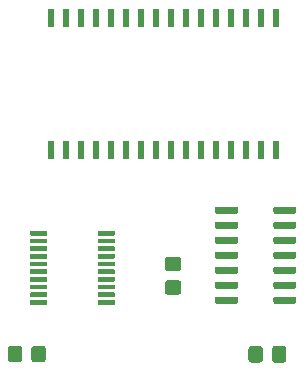
<source format=gbr>
G04 #@! TF.GenerationSoftware,KiCad,Pcbnew,5.1.5+dfsg1-2build2*
G04 #@! TF.CreationDate,2022-07-16T15:57:28-04:00*
G04 #@! TF.ProjectId,coco2_3134_64k_static_ram_board,636f636f-325f-4333-9133-345f36346b5f,rev?*
G04 #@! TF.SameCoordinates,Original*
G04 #@! TF.FileFunction,Paste,Bot*
G04 #@! TF.FilePolarity,Positive*
%FSLAX46Y46*%
G04 Gerber Fmt 4.6, Leading zero omitted, Abs format (unit mm)*
G04 Created by KiCad (PCBNEW 5.1.5+dfsg1-2build2) date 2022-07-16 15:57:28*
%MOMM*%
%LPD*%
G04 APERTURE LIST*
%ADD10C,0.100000*%
%ADD11R,0.600000X1.600000*%
G04 APERTURE END LIST*
D10*
G36*
X110101802Y-107805482D02*
G01*
X110111509Y-107806921D01*
X110121028Y-107809306D01*
X110130268Y-107812612D01*
X110139140Y-107816808D01*
X110147557Y-107821853D01*
X110155439Y-107827699D01*
X110162711Y-107834289D01*
X110169301Y-107841561D01*
X110175147Y-107849443D01*
X110180192Y-107857860D01*
X110184388Y-107866732D01*
X110187694Y-107875972D01*
X110190079Y-107885491D01*
X110191518Y-107895198D01*
X110192000Y-107905000D01*
X110192000Y-108105000D01*
X110191518Y-108114802D01*
X110190079Y-108124509D01*
X110187694Y-108134028D01*
X110184388Y-108143268D01*
X110180192Y-108152140D01*
X110175147Y-108160557D01*
X110169301Y-108168439D01*
X110162711Y-108175711D01*
X110155439Y-108182301D01*
X110147557Y-108188147D01*
X110139140Y-108193192D01*
X110130268Y-108197388D01*
X110121028Y-108200694D01*
X110111509Y-108203079D01*
X110101802Y-108204518D01*
X110092000Y-108205000D01*
X108817000Y-108205000D01*
X108807198Y-108204518D01*
X108797491Y-108203079D01*
X108787972Y-108200694D01*
X108778732Y-108197388D01*
X108769860Y-108193192D01*
X108761443Y-108188147D01*
X108753561Y-108182301D01*
X108746289Y-108175711D01*
X108739699Y-108168439D01*
X108733853Y-108160557D01*
X108728808Y-108152140D01*
X108724612Y-108143268D01*
X108721306Y-108134028D01*
X108718921Y-108124509D01*
X108717482Y-108114802D01*
X108717000Y-108105000D01*
X108717000Y-107905000D01*
X108717482Y-107895198D01*
X108718921Y-107885491D01*
X108721306Y-107875972D01*
X108724612Y-107866732D01*
X108728808Y-107857860D01*
X108733853Y-107849443D01*
X108739699Y-107841561D01*
X108746289Y-107834289D01*
X108753561Y-107827699D01*
X108761443Y-107821853D01*
X108769860Y-107816808D01*
X108778732Y-107812612D01*
X108787972Y-107809306D01*
X108797491Y-107806921D01*
X108807198Y-107805482D01*
X108817000Y-107805000D01*
X110092000Y-107805000D01*
X110101802Y-107805482D01*
G37*
G36*
X110101802Y-107155482D02*
G01*
X110111509Y-107156921D01*
X110121028Y-107159306D01*
X110130268Y-107162612D01*
X110139140Y-107166808D01*
X110147557Y-107171853D01*
X110155439Y-107177699D01*
X110162711Y-107184289D01*
X110169301Y-107191561D01*
X110175147Y-107199443D01*
X110180192Y-107207860D01*
X110184388Y-107216732D01*
X110187694Y-107225972D01*
X110190079Y-107235491D01*
X110191518Y-107245198D01*
X110192000Y-107255000D01*
X110192000Y-107455000D01*
X110191518Y-107464802D01*
X110190079Y-107474509D01*
X110187694Y-107484028D01*
X110184388Y-107493268D01*
X110180192Y-107502140D01*
X110175147Y-107510557D01*
X110169301Y-107518439D01*
X110162711Y-107525711D01*
X110155439Y-107532301D01*
X110147557Y-107538147D01*
X110139140Y-107543192D01*
X110130268Y-107547388D01*
X110121028Y-107550694D01*
X110111509Y-107553079D01*
X110101802Y-107554518D01*
X110092000Y-107555000D01*
X108817000Y-107555000D01*
X108807198Y-107554518D01*
X108797491Y-107553079D01*
X108787972Y-107550694D01*
X108778732Y-107547388D01*
X108769860Y-107543192D01*
X108761443Y-107538147D01*
X108753561Y-107532301D01*
X108746289Y-107525711D01*
X108739699Y-107518439D01*
X108733853Y-107510557D01*
X108728808Y-107502140D01*
X108724612Y-107493268D01*
X108721306Y-107484028D01*
X108718921Y-107474509D01*
X108717482Y-107464802D01*
X108717000Y-107455000D01*
X108717000Y-107255000D01*
X108717482Y-107245198D01*
X108718921Y-107235491D01*
X108721306Y-107225972D01*
X108724612Y-107216732D01*
X108728808Y-107207860D01*
X108733853Y-107199443D01*
X108739699Y-107191561D01*
X108746289Y-107184289D01*
X108753561Y-107177699D01*
X108761443Y-107171853D01*
X108769860Y-107166808D01*
X108778732Y-107162612D01*
X108787972Y-107159306D01*
X108797491Y-107156921D01*
X108807198Y-107155482D01*
X108817000Y-107155000D01*
X110092000Y-107155000D01*
X110101802Y-107155482D01*
G37*
G36*
X110101802Y-106505482D02*
G01*
X110111509Y-106506921D01*
X110121028Y-106509306D01*
X110130268Y-106512612D01*
X110139140Y-106516808D01*
X110147557Y-106521853D01*
X110155439Y-106527699D01*
X110162711Y-106534289D01*
X110169301Y-106541561D01*
X110175147Y-106549443D01*
X110180192Y-106557860D01*
X110184388Y-106566732D01*
X110187694Y-106575972D01*
X110190079Y-106585491D01*
X110191518Y-106595198D01*
X110192000Y-106605000D01*
X110192000Y-106805000D01*
X110191518Y-106814802D01*
X110190079Y-106824509D01*
X110187694Y-106834028D01*
X110184388Y-106843268D01*
X110180192Y-106852140D01*
X110175147Y-106860557D01*
X110169301Y-106868439D01*
X110162711Y-106875711D01*
X110155439Y-106882301D01*
X110147557Y-106888147D01*
X110139140Y-106893192D01*
X110130268Y-106897388D01*
X110121028Y-106900694D01*
X110111509Y-106903079D01*
X110101802Y-106904518D01*
X110092000Y-106905000D01*
X108817000Y-106905000D01*
X108807198Y-106904518D01*
X108797491Y-106903079D01*
X108787972Y-106900694D01*
X108778732Y-106897388D01*
X108769860Y-106893192D01*
X108761443Y-106888147D01*
X108753561Y-106882301D01*
X108746289Y-106875711D01*
X108739699Y-106868439D01*
X108733853Y-106860557D01*
X108728808Y-106852140D01*
X108724612Y-106843268D01*
X108721306Y-106834028D01*
X108718921Y-106824509D01*
X108717482Y-106814802D01*
X108717000Y-106805000D01*
X108717000Y-106605000D01*
X108717482Y-106595198D01*
X108718921Y-106585491D01*
X108721306Y-106575972D01*
X108724612Y-106566732D01*
X108728808Y-106557860D01*
X108733853Y-106549443D01*
X108739699Y-106541561D01*
X108746289Y-106534289D01*
X108753561Y-106527699D01*
X108761443Y-106521853D01*
X108769860Y-106516808D01*
X108778732Y-106512612D01*
X108787972Y-106509306D01*
X108797491Y-106506921D01*
X108807198Y-106505482D01*
X108817000Y-106505000D01*
X110092000Y-106505000D01*
X110101802Y-106505482D01*
G37*
G36*
X110101802Y-105855482D02*
G01*
X110111509Y-105856921D01*
X110121028Y-105859306D01*
X110130268Y-105862612D01*
X110139140Y-105866808D01*
X110147557Y-105871853D01*
X110155439Y-105877699D01*
X110162711Y-105884289D01*
X110169301Y-105891561D01*
X110175147Y-105899443D01*
X110180192Y-105907860D01*
X110184388Y-105916732D01*
X110187694Y-105925972D01*
X110190079Y-105935491D01*
X110191518Y-105945198D01*
X110192000Y-105955000D01*
X110192000Y-106155000D01*
X110191518Y-106164802D01*
X110190079Y-106174509D01*
X110187694Y-106184028D01*
X110184388Y-106193268D01*
X110180192Y-106202140D01*
X110175147Y-106210557D01*
X110169301Y-106218439D01*
X110162711Y-106225711D01*
X110155439Y-106232301D01*
X110147557Y-106238147D01*
X110139140Y-106243192D01*
X110130268Y-106247388D01*
X110121028Y-106250694D01*
X110111509Y-106253079D01*
X110101802Y-106254518D01*
X110092000Y-106255000D01*
X108817000Y-106255000D01*
X108807198Y-106254518D01*
X108797491Y-106253079D01*
X108787972Y-106250694D01*
X108778732Y-106247388D01*
X108769860Y-106243192D01*
X108761443Y-106238147D01*
X108753561Y-106232301D01*
X108746289Y-106225711D01*
X108739699Y-106218439D01*
X108733853Y-106210557D01*
X108728808Y-106202140D01*
X108724612Y-106193268D01*
X108721306Y-106184028D01*
X108718921Y-106174509D01*
X108717482Y-106164802D01*
X108717000Y-106155000D01*
X108717000Y-105955000D01*
X108717482Y-105945198D01*
X108718921Y-105935491D01*
X108721306Y-105925972D01*
X108724612Y-105916732D01*
X108728808Y-105907860D01*
X108733853Y-105899443D01*
X108739699Y-105891561D01*
X108746289Y-105884289D01*
X108753561Y-105877699D01*
X108761443Y-105871853D01*
X108769860Y-105866808D01*
X108778732Y-105862612D01*
X108787972Y-105859306D01*
X108797491Y-105856921D01*
X108807198Y-105855482D01*
X108817000Y-105855000D01*
X110092000Y-105855000D01*
X110101802Y-105855482D01*
G37*
G36*
X110101802Y-105205482D02*
G01*
X110111509Y-105206921D01*
X110121028Y-105209306D01*
X110130268Y-105212612D01*
X110139140Y-105216808D01*
X110147557Y-105221853D01*
X110155439Y-105227699D01*
X110162711Y-105234289D01*
X110169301Y-105241561D01*
X110175147Y-105249443D01*
X110180192Y-105257860D01*
X110184388Y-105266732D01*
X110187694Y-105275972D01*
X110190079Y-105285491D01*
X110191518Y-105295198D01*
X110192000Y-105305000D01*
X110192000Y-105505000D01*
X110191518Y-105514802D01*
X110190079Y-105524509D01*
X110187694Y-105534028D01*
X110184388Y-105543268D01*
X110180192Y-105552140D01*
X110175147Y-105560557D01*
X110169301Y-105568439D01*
X110162711Y-105575711D01*
X110155439Y-105582301D01*
X110147557Y-105588147D01*
X110139140Y-105593192D01*
X110130268Y-105597388D01*
X110121028Y-105600694D01*
X110111509Y-105603079D01*
X110101802Y-105604518D01*
X110092000Y-105605000D01*
X108817000Y-105605000D01*
X108807198Y-105604518D01*
X108797491Y-105603079D01*
X108787972Y-105600694D01*
X108778732Y-105597388D01*
X108769860Y-105593192D01*
X108761443Y-105588147D01*
X108753561Y-105582301D01*
X108746289Y-105575711D01*
X108739699Y-105568439D01*
X108733853Y-105560557D01*
X108728808Y-105552140D01*
X108724612Y-105543268D01*
X108721306Y-105534028D01*
X108718921Y-105524509D01*
X108717482Y-105514802D01*
X108717000Y-105505000D01*
X108717000Y-105305000D01*
X108717482Y-105295198D01*
X108718921Y-105285491D01*
X108721306Y-105275972D01*
X108724612Y-105266732D01*
X108728808Y-105257860D01*
X108733853Y-105249443D01*
X108739699Y-105241561D01*
X108746289Y-105234289D01*
X108753561Y-105227699D01*
X108761443Y-105221853D01*
X108769860Y-105216808D01*
X108778732Y-105212612D01*
X108787972Y-105209306D01*
X108797491Y-105206921D01*
X108807198Y-105205482D01*
X108817000Y-105205000D01*
X110092000Y-105205000D01*
X110101802Y-105205482D01*
G37*
G36*
X110101802Y-104555482D02*
G01*
X110111509Y-104556921D01*
X110121028Y-104559306D01*
X110130268Y-104562612D01*
X110139140Y-104566808D01*
X110147557Y-104571853D01*
X110155439Y-104577699D01*
X110162711Y-104584289D01*
X110169301Y-104591561D01*
X110175147Y-104599443D01*
X110180192Y-104607860D01*
X110184388Y-104616732D01*
X110187694Y-104625972D01*
X110190079Y-104635491D01*
X110191518Y-104645198D01*
X110192000Y-104655000D01*
X110192000Y-104855000D01*
X110191518Y-104864802D01*
X110190079Y-104874509D01*
X110187694Y-104884028D01*
X110184388Y-104893268D01*
X110180192Y-104902140D01*
X110175147Y-104910557D01*
X110169301Y-104918439D01*
X110162711Y-104925711D01*
X110155439Y-104932301D01*
X110147557Y-104938147D01*
X110139140Y-104943192D01*
X110130268Y-104947388D01*
X110121028Y-104950694D01*
X110111509Y-104953079D01*
X110101802Y-104954518D01*
X110092000Y-104955000D01*
X108817000Y-104955000D01*
X108807198Y-104954518D01*
X108797491Y-104953079D01*
X108787972Y-104950694D01*
X108778732Y-104947388D01*
X108769860Y-104943192D01*
X108761443Y-104938147D01*
X108753561Y-104932301D01*
X108746289Y-104925711D01*
X108739699Y-104918439D01*
X108733853Y-104910557D01*
X108728808Y-104902140D01*
X108724612Y-104893268D01*
X108721306Y-104884028D01*
X108718921Y-104874509D01*
X108717482Y-104864802D01*
X108717000Y-104855000D01*
X108717000Y-104655000D01*
X108717482Y-104645198D01*
X108718921Y-104635491D01*
X108721306Y-104625972D01*
X108724612Y-104616732D01*
X108728808Y-104607860D01*
X108733853Y-104599443D01*
X108739699Y-104591561D01*
X108746289Y-104584289D01*
X108753561Y-104577699D01*
X108761443Y-104571853D01*
X108769860Y-104566808D01*
X108778732Y-104562612D01*
X108787972Y-104559306D01*
X108797491Y-104556921D01*
X108807198Y-104555482D01*
X108817000Y-104555000D01*
X110092000Y-104555000D01*
X110101802Y-104555482D01*
G37*
G36*
X110101802Y-103905482D02*
G01*
X110111509Y-103906921D01*
X110121028Y-103909306D01*
X110130268Y-103912612D01*
X110139140Y-103916808D01*
X110147557Y-103921853D01*
X110155439Y-103927699D01*
X110162711Y-103934289D01*
X110169301Y-103941561D01*
X110175147Y-103949443D01*
X110180192Y-103957860D01*
X110184388Y-103966732D01*
X110187694Y-103975972D01*
X110190079Y-103985491D01*
X110191518Y-103995198D01*
X110192000Y-104005000D01*
X110192000Y-104205000D01*
X110191518Y-104214802D01*
X110190079Y-104224509D01*
X110187694Y-104234028D01*
X110184388Y-104243268D01*
X110180192Y-104252140D01*
X110175147Y-104260557D01*
X110169301Y-104268439D01*
X110162711Y-104275711D01*
X110155439Y-104282301D01*
X110147557Y-104288147D01*
X110139140Y-104293192D01*
X110130268Y-104297388D01*
X110121028Y-104300694D01*
X110111509Y-104303079D01*
X110101802Y-104304518D01*
X110092000Y-104305000D01*
X108817000Y-104305000D01*
X108807198Y-104304518D01*
X108797491Y-104303079D01*
X108787972Y-104300694D01*
X108778732Y-104297388D01*
X108769860Y-104293192D01*
X108761443Y-104288147D01*
X108753561Y-104282301D01*
X108746289Y-104275711D01*
X108739699Y-104268439D01*
X108733853Y-104260557D01*
X108728808Y-104252140D01*
X108724612Y-104243268D01*
X108721306Y-104234028D01*
X108718921Y-104224509D01*
X108717482Y-104214802D01*
X108717000Y-104205000D01*
X108717000Y-104005000D01*
X108717482Y-103995198D01*
X108718921Y-103985491D01*
X108721306Y-103975972D01*
X108724612Y-103966732D01*
X108728808Y-103957860D01*
X108733853Y-103949443D01*
X108739699Y-103941561D01*
X108746289Y-103934289D01*
X108753561Y-103927699D01*
X108761443Y-103921853D01*
X108769860Y-103916808D01*
X108778732Y-103912612D01*
X108787972Y-103909306D01*
X108797491Y-103906921D01*
X108807198Y-103905482D01*
X108817000Y-103905000D01*
X110092000Y-103905000D01*
X110101802Y-103905482D01*
G37*
G36*
X110101802Y-103255482D02*
G01*
X110111509Y-103256921D01*
X110121028Y-103259306D01*
X110130268Y-103262612D01*
X110139140Y-103266808D01*
X110147557Y-103271853D01*
X110155439Y-103277699D01*
X110162711Y-103284289D01*
X110169301Y-103291561D01*
X110175147Y-103299443D01*
X110180192Y-103307860D01*
X110184388Y-103316732D01*
X110187694Y-103325972D01*
X110190079Y-103335491D01*
X110191518Y-103345198D01*
X110192000Y-103355000D01*
X110192000Y-103555000D01*
X110191518Y-103564802D01*
X110190079Y-103574509D01*
X110187694Y-103584028D01*
X110184388Y-103593268D01*
X110180192Y-103602140D01*
X110175147Y-103610557D01*
X110169301Y-103618439D01*
X110162711Y-103625711D01*
X110155439Y-103632301D01*
X110147557Y-103638147D01*
X110139140Y-103643192D01*
X110130268Y-103647388D01*
X110121028Y-103650694D01*
X110111509Y-103653079D01*
X110101802Y-103654518D01*
X110092000Y-103655000D01*
X108817000Y-103655000D01*
X108807198Y-103654518D01*
X108797491Y-103653079D01*
X108787972Y-103650694D01*
X108778732Y-103647388D01*
X108769860Y-103643192D01*
X108761443Y-103638147D01*
X108753561Y-103632301D01*
X108746289Y-103625711D01*
X108739699Y-103618439D01*
X108733853Y-103610557D01*
X108728808Y-103602140D01*
X108724612Y-103593268D01*
X108721306Y-103584028D01*
X108718921Y-103574509D01*
X108717482Y-103564802D01*
X108717000Y-103555000D01*
X108717000Y-103355000D01*
X108717482Y-103345198D01*
X108718921Y-103335491D01*
X108721306Y-103325972D01*
X108724612Y-103316732D01*
X108728808Y-103307860D01*
X108733853Y-103299443D01*
X108739699Y-103291561D01*
X108746289Y-103284289D01*
X108753561Y-103277699D01*
X108761443Y-103271853D01*
X108769860Y-103266808D01*
X108778732Y-103262612D01*
X108787972Y-103259306D01*
X108797491Y-103256921D01*
X108807198Y-103255482D01*
X108817000Y-103255000D01*
X110092000Y-103255000D01*
X110101802Y-103255482D01*
G37*
G36*
X110101802Y-102605482D02*
G01*
X110111509Y-102606921D01*
X110121028Y-102609306D01*
X110130268Y-102612612D01*
X110139140Y-102616808D01*
X110147557Y-102621853D01*
X110155439Y-102627699D01*
X110162711Y-102634289D01*
X110169301Y-102641561D01*
X110175147Y-102649443D01*
X110180192Y-102657860D01*
X110184388Y-102666732D01*
X110187694Y-102675972D01*
X110190079Y-102685491D01*
X110191518Y-102695198D01*
X110192000Y-102705000D01*
X110192000Y-102905000D01*
X110191518Y-102914802D01*
X110190079Y-102924509D01*
X110187694Y-102934028D01*
X110184388Y-102943268D01*
X110180192Y-102952140D01*
X110175147Y-102960557D01*
X110169301Y-102968439D01*
X110162711Y-102975711D01*
X110155439Y-102982301D01*
X110147557Y-102988147D01*
X110139140Y-102993192D01*
X110130268Y-102997388D01*
X110121028Y-103000694D01*
X110111509Y-103003079D01*
X110101802Y-103004518D01*
X110092000Y-103005000D01*
X108817000Y-103005000D01*
X108807198Y-103004518D01*
X108797491Y-103003079D01*
X108787972Y-103000694D01*
X108778732Y-102997388D01*
X108769860Y-102993192D01*
X108761443Y-102988147D01*
X108753561Y-102982301D01*
X108746289Y-102975711D01*
X108739699Y-102968439D01*
X108733853Y-102960557D01*
X108728808Y-102952140D01*
X108724612Y-102943268D01*
X108721306Y-102934028D01*
X108718921Y-102924509D01*
X108717482Y-102914802D01*
X108717000Y-102905000D01*
X108717000Y-102705000D01*
X108717482Y-102695198D01*
X108718921Y-102685491D01*
X108721306Y-102675972D01*
X108724612Y-102666732D01*
X108728808Y-102657860D01*
X108733853Y-102649443D01*
X108739699Y-102641561D01*
X108746289Y-102634289D01*
X108753561Y-102627699D01*
X108761443Y-102621853D01*
X108769860Y-102616808D01*
X108778732Y-102612612D01*
X108787972Y-102609306D01*
X108797491Y-102606921D01*
X108807198Y-102605482D01*
X108817000Y-102605000D01*
X110092000Y-102605000D01*
X110101802Y-102605482D01*
G37*
G36*
X110101802Y-101955482D02*
G01*
X110111509Y-101956921D01*
X110121028Y-101959306D01*
X110130268Y-101962612D01*
X110139140Y-101966808D01*
X110147557Y-101971853D01*
X110155439Y-101977699D01*
X110162711Y-101984289D01*
X110169301Y-101991561D01*
X110175147Y-101999443D01*
X110180192Y-102007860D01*
X110184388Y-102016732D01*
X110187694Y-102025972D01*
X110190079Y-102035491D01*
X110191518Y-102045198D01*
X110192000Y-102055000D01*
X110192000Y-102255000D01*
X110191518Y-102264802D01*
X110190079Y-102274509D01*
X110187694Y-102284028D01*
X110184388Y-102293268D01*
X110180192Y-102302140D01*
X110175147Y-102310557D01*
X110169301Y-102318439D01*
X110162711Y-102325711D01*
X110155439Y-102332301D01*
X110147557Y-102338147D01*
X110139140Y-102343192D01*
X110130268Y-102347388D01*
X110121028Y-102350694D01*
X110111509Y-102353079D01*
X110101802Y-102354518D01*
X110092000Y-102355000D01*
X108817000Y-102355000D01*
X108807198Y-102354518D01*
X108797491Y-102353079D01*
X108787972Y-102350694D01*
X108778732Y-102347388D01*
X108769860Y-102343192D01*
X108761443Y-102338147D01*
X108753561Y-102332301D01*
X108746289Y-102325711D01*
X108739699Y-102318439D01*
X108733853Y-102310557D01*
X108728808Y-102302140D01*
X108724612Y-102293268D01*
X108721306Y-102284028D01*
X108718921Y-102274509D01*
X108717482Y-102264802D01*
X108717000Y-102255000D01*
X108717000Y-102055000D01*
X108717482Y-102045198D01*
X108718921Y-102035491D01*
X108721306Y-102025972D01*
X108724612Y-102016732D01*
X108728808Y-102007860D01*
X108733853Y-101999443D01*
X108739699Y-101991561D01*
X108746289Y-101984289D01*
X108753561Y-101977699D01*
X108761443Y-101971853D01*
X108769860Y-101966808D01*
X108778732Y-101962612D01*
X108787972Y-101959306D01*
X108797491Y-101956921D01*
X108807198Y-101955482D01*
X108817000Y-101955000D01*
X110092000Y-101955000D01*
X110101802Y-101955482D01*
G37*
G36*
X115826802Y-101955482D02*
G01*
X115836509Y-101956921D01*
X115846028Y-101959306D01*
X115855268Y-101962612D01*
X115864140Y-101966808D01*
X115872557Y-101971853D01*
X115880439Y-101977699D01*
X115887711Y-101984289D01*
X115894301Y-101991561D01*
X115900147Y-101999443D01*
X115905192Y-102007860D01*
X115909388Y-102016732D01*
X115912694Y-102025972D01*
X115915079Y-102035491D01*
X115916518Y-102045198D01*
X115917000Y-102055000D01*
X115917000Y-102255000D01*
X115916518Y-102264802D01*
X115915079Y-102274509D01*
X115912694Y-102284028D01*
X115909388Y-102293268D01*
X115905192Y-102302140D01*
X115900147Y-102310557D01*
X115894301Y-102318439D01*
X115887711Y-102325711D01*
X115880439Y-102332301D01*
X115872557Y-102338147D01*
X115864140Y-102343192D01*
X115855268Y-102347388D01*
X115846028Y-102350694D01*
X115836509Y-102353079D01*
X115826802Y-102354518D01*
X115817000Y-102355000D01*
X114542000Y-102355000D01*
X114532198Y-102354518D01*
X114522491Y-102353079D01*
X114512972Y-102350694D01*
X114503732Y-102347388D01*
X114494860Y-102343192D01*
X114486443Y-102338147D01*
X114478561Y-102332301D01*
X114471289Y-102325711D01*
X114464699Y-102318439D01*
X114458853Y-102310557D01*
X114453808Y-102302140D01*
X114449612Y-102293268D01*
X114446306Y-102284028D01*
X114443921Y-102274509D01*
X114442482Y-102264802D01*
X114442000Y-102255000D01*
X114442000Y-102055000D01*
X114442482Y-102045198D01*
X114443921Y-102035491D01*
X114446306Y-102025972D01*
X114449612Y-102016732D01*
X114453808Y-102007860D01*
X114458853Y-101999443D01*
X114464699Y-101991561D01*
X114471289Y-101984289D01*
X114478561Y-101977699D01*
X114486443Y-101971853D01*
X114494860Y-101966808D01*
X114503732Y-101962612D01*
X114512972Y-101959306D01*
X114522491Y-101956921D01*
X114532198Y-101955482D01*
X114542000Y-101955000D01*
X115817000Y-101955000D01*
X115826802Y-101955482D01*
G37*
G36*
X115826802Y-102605482D02*
G01*
X115836509Y-102606921D01*
X115846028Y-102609306D01*
X115855268Y-102612612D01*
X115864140Y-102616808D01*
X115872557Y-102621853D01*
X115880439Y-102627699D01*
X115887711Y-102634289D01*
X115894301Y-102641561D01*
X115900147Y-102649443D01*
X115905192Y-102657860D01*
X115909388Y-102666732D01*
X115912694Y-102675972D01*
X115915079Y-102685491D01*
X115916518Y-102695198D01*
X115917000Y-102705000D01*
X115917000Y-102905000D01*
X115916518Y-102914802D01*
X115915079Y-102924509D01*
X115912694Y-102934028D01*
X115909388Y-102943268D01*
X115905192Y-102952140D01*
X115900147Y-102960557D01*
X115894301Y-102968439D01*
X115887711Y-102975711D01*
X115880439Y-102982301D01*
X115872557Y-102988147D01*
X115864140Y-102993192D01*
X115855268Y-102997388D01*
X115846028Y-103000694D01*
X115836509Y-103003079D01*
X115826802Y-103004518D01*
X115817000Y-103005000D01*
X114542000Y-103005000D01*
X114532198Y-103004518D01*
X114522491Y-103003079D01*
X114512972Y-103000694D01*
X114503732Y-102997388D01*
X114494860Y-102993192D01*
X114486443Y-102988147D01*
X114478561Y-102982301D01*
X114471289Y-102975711D01*
X114464699Y-102968439D01*
X114458853Y-102960557D01*
X114453808Y-102952140D01*
X114449612Y-102943268D01*
X114446306Y-102934028D01*
X114443921Y-102924509D01*
X114442482Y-102914802D01*
X114442000Y-102905000D01*
X114442000Y-102705000D01*
X114442482Y-102695198D01*
X114443921Y-102685491D01*
X114446306Y-102675972D01*
X114449612Y-102666732D01*
X114453808Y-102657860D01*
X114458853Y-102649443D01*
X114464699Y-102641561D01*
X114471289Y-102634289D01*
X114478561Y-102627699D01*
X114486443Y-102621853D01*
X114494860Y-102616808D01*
X114503732Y-102612612D01*
X114512972Y-102609306D01*
X114522491Y-102606921D01*
X114532198Y-102605482D01*
X114542000Y-102605000D01*
X115817000Y-102605000D01*
X115826802Y-102605482D01*
G37*
G36*
X115826802Y-103255482D02*
G01*
X115836509Y-103256921D01*
X115846028Y-103259306D01*
X115855268Y-103262612D01*
X115864140Y-103266808D01*
X115872557Y-103271853D01*
X115880439Y-103277699D01*
X115887711Y-103284289D01*
X115894301Y-103291561D01*
X115900147Y-103299443D01*
X115905192Y-103307860D01*
X115909388Y-103316732D01*
X115912694Y-103325972D01*
X115915079Y-103335491D01*
X115916518Y-103345198D01*
X115917000Y-103355000D01*
X115917000Y-103555000D01*
X115916518Y-103564802D01*
X115915079Y-103574509D01*
X115912694Y-103584028D01*
X115909388Y-103593268D01*
X115905192Y-103602140D01*
X115900147Y-103610557D01*
X115894301Y-103618439D01*
X115887711Y-103625711D01*
X115880439Y-103632301D01*
X115872557Y-103638147D01*
X115864140Y-103643192D01*
X115855268Y-103647388D01*
X115846028Y-103650694D01*
X115836509Y-103653079D01*
X115826802Y-103654518D01*
X115817000Y-103655000D01*
X114542000Y-103655000D01*
X114532198Y-103654518D01*
X114522491Y-103653079D01*
X114512972Y-103650694D01*
X114503732Y-103647388D01*
X114494860Y-103643192D01*
X114486443Y-103638147D01*
X114478561Y-103632301D01*
X114471289Y-103625711D01*
X114464699Y-103618439D01*
X114458853Y-103610557D01*
X114453808Y-103602140D01*
X114449612Y-103593268D01*
X114446306Y-103584028D01*
X114443921Y-103574509D01*
X114442482Y-103564802D01*
X114442000Y-103555000D01*
X114442000Y-103355000D01*
X114442482Y-103345198D01*
X114443921Y-103335491D01*
X114446306Y-103325972D01*
X114449612Y-103316732D01*
X114453808Y-103307860D01*
X114458853Y-103299443D01*
X114464699Y-103291561D01*
X114471289Y-103284289D01*
X114478561Y-103277699D01*
X114486443Y-103271853D01*
X114494860Y-103266808D01*
X114503732Y-103262612D01*
X114512972Y-103259306D01*
X114522491Y-103256921D01*
X114532198Y-103255482D01*
X114542000Y-103255000D01*
X115817000Y-103255000D01*
X115826802Y-103255482D01*
G37*
G36*
X115826802Y-103905482D02*
G01*
X115836509Y-103906921D01*
X115846028Y-103909306D01*
X115855268Y-103912612D01*
X115864140Y-103916808D01*
X115872557Y-103921853D01*
X115880439Y-103927699D01*
X115887711Y-103934289D01*
X115894301Y-103941561D01*
X115900147Y-103949443D01*
X115905192Y-103957860D01*
X115909388Y-103966732D01*
X115912694Y-103975972D01*
X115915079Y-103985491D01*
X115916518Y-103995198D01*
X115917000Y-104005000D01*
X115917000Y-104205000D01*
X115916518Y-104214802D01*
X115915079Y-104224509D01*
X115912694Y-104234028D01*
X115909388Y-104243268D01*
X115905192Y-104252140D01*
X115900147Y-104260557D01*
X115894301Y-104268439D01*
X115887711Y-104275711D01*
X115880439Y-104282301D01*
X115872557Y-104288147D01*
X115864140Y-104293192D01*
X115855268Y-104297388D01*
X115846028Y-104300694D01*
X115836509Y-104303079D01*
X115826802Y-104304518D01*
X115817000Y-104305000D01*
X114542000Y-104305000D01*
X114532198Y-104304518D01*
X114522491Y-104303079D01*
X114512972Y-104300694D01*
X114503732Y-104297388D01*
X114494860Y-104293192D01*
X114486443Y-104288147D01*
X114478561Y-104282301D01*
X114471289Y-104275711D01*
X114464699Y-104268439D01*
X114458853Y-104260557D01*
X114453808Y-104252140D01*
X114449612Y-104243268D01*
X114446306Y-104234028D01*
X114443921Y-104224509D01*
X114442482Y-104214802D01*
X114442000Y-104205000D01*
X114442000Y-104005000D01*
X114442482Y-103995198D01*
X114443921Y-103985491D01*
X114446306Y-103975972D01*
X114449612Y-103966732D01*
X114453808Y-103957860D01*
X114458853Y-103949443D01*
X114464699Y-103941561D01*
X114471289Y-103934289D01*
X114478561Y-103927699D01*
X114486443Y-103921853D01*
X114494860Y-103916808D01*
X114503732Y-103912612D01*
X114512972Y-103909306D01*
X114522491Y-103906921D01*
X114532198Y-103905482D01*
X114542000Y-103905000D01*
X115817000Y-103905000D01*
X115826802Y-103905482D01*
G37*
G36*
X115826802Y-104555482D02*
G01*
X115836509Y-104556921D01*
X115846028Y-104559306D01*
X115855268Y-104562612D01*
X115864140Y-104566808D01*
X115872557Y-104571853D01*
X115880439Y-104577699D01*
X115887711Y-104584289D01*
X115894301Y-104591561D01*
X115900147Y-104599443D01*
X115905192Y-104607860D01*
X115909388Y-104616732D01*
X115912694Y-104625972D01*
X115915079Y-104635491D01*
X115916518Y-104645198D01*
X115917000Y-104655000D01*
X115917000Y-104855000D01*
X115916518Y-104864802D01*
X115915079Y-104874509D01*
X115912694Y-104884028D01*
X115909388Y-104893268D01*
X115905192Y-104902140D01*
X115900147Y-104910557D01*
X115894301Y-104918439D01*
X115887711Y-104925711D01*
X115880439Y-104932301D01*
X115872557Y-104938147D01*
X115864140Y-104943192D01*
X115855268Y-104947388D01*
X115846028Y-104950694D01*
X115836509Y-104953079D01*
X115826802Y-104954518D01*
X115817000Y-104955000D01*
X114542000Y-104955000D01*
X114532198Y-104954518D01*
X114522491Y-104953079D01*
X114512972Y-104950694D01*
X114503732Y-104947388D01*
X114494860Y-104943192D01*
X114486443Y-104938147D01*
X114478561Y-104932301D01*
X114471289Y-104925711D01*
X114464699Y-104918439D01*
X114458853Y-104910557D01*
X114453808Y-104902140D01*
X114449612Y-104893268D01*
X114446306Y-104884028D01*
X114443921Y-104874509D01*
X114442482Y-104864802D01*
X114442000Y-104855000D01*
X114442000Y-104655000D01*
X114442482Y-104645198D01*
X114443921Y-104635491D01*
X114446306Y-104625972D01*
X114449612Y-104616732D01*
X114453808Y-104607860D01*
X114458853Y-104599443D01*
X114464699Y-104591561D01*
X114471289Y-104584289D01*
X114478561Y-104577699D01*
X114486443Y-104571853D01*
X114494860Y-104566808D01*
X114503732Y-104562612D01*
X114512972Y-104559306D01*
X114522491Y-104556921D01*
X114532198Y-104555482D01*
X114542000Y-104555000D01*
X115817000Y-104555000D01*
X115826802Y-104555482D01*
G37*
G36*
X115826802Y-105205482D02*
G01*
X115836509Y-105206921D01*
X115846028Y-105209306D01*
X115855268Y-105212612D01*
X115864140Y-105216808D01*
X115872557Y-105221853D01*
X115880439Y-105227699D01*
X115887711Y-105234289D01*
X115894301Y-105241561D01*
X115900147Y-105249443D01*
X115905192Y-105257860D01*
X115909388Y-105266732D01*
X115912694Y-105275972D01*
X115915079Y-105285491D01*
X115916518Y-105295198D01*
X115917000Y-105305000D01*
X115917000Y-105505000D01*
X115916518Y-105514802D01*
X115915079Y-105524509D01*
X115912694Y-105534028D01*
X115909388Y-105543268D01*
X115905192Y-105552140D01*
X115900147Y-105560557D01*
X115894301Y-105568439D01*
X115887711Y-105575711D01*
X115880439Y-105582301D01*
X115872557Y-105588147D01*
X115864140Y-105593192D01*
X115855268Y-105597388D01*
X115846028Y-105600694D01*
X115836509Y-105603079D01*
X115826802Y-105604518D01*
X115817000Y-105605000D01*
X114542000Y-105605000D01*
X114532198Y-105604518D01*
X114522491Y-105603079D01*
X114512972Y-105600694D01*
X114503732Y-105597388D01*
X114494860Y-105593192D01*
X114486443Y-105588147D01*
X114478561Y-105582301D01*
X114471289Y-105575711D01*
X114464699Y-105568439D01*
X114458853Y-105560557D01*
X114453808Y-105552140D01*
X114449612Y-105543268D01*
X114446306Y-105534028D01*
X114443921Y-105524509D01*
X114442482Y-105514802D01*
X114442000Y-105505000D01*
X114442000Y-105305000D01*
X114442482Y-105295198D01*
X114443921Y-105285491D01*
X114446306Y-105275972D01*
X114449612Y-105266732D01*
X114453808Y-105257860D01*
X114458853Y-105249443D01*
X114464699Y-105241561D01*
X114471289Y-105234289D01*
X114478561Y-105227699D01*
X114486443Y-105221853D01*
X114494860Y-105216808D01*
X114503732Y-105212612D01*
X114512972Y-105209306D01*
X114522491Y-105206921D01*
X114532198Y-105205482D01*
X114542000Y-105205000D01*
X115817000Y-105205000D01*
X115826802Y-105205482D01*
G37*
G36*
X115826802Y-105855482D02*
G01*
X115836509Y-105856921D01*
X115846028Y-105859306D01*
X115855268Y-105862612D01*
X115864140Y-105866808D01*
X115872557Y-105871853D01*
X115880439Y-105877699D01*
X115887711Y-105884289D01*
X115894301Y-105891561D01*
X115900147Y-105899443D01*
X115905192Y-105907860D01*
X115909388Y-105916732D01*
X115912694Y-105925972D01*
X115915079Y-105935491D01*
X115916518Y-105945198D01*
X115917000Y-105955000D01*
X115917000Y-106155000D01*
X115916518Y-106164802D01*
X115915079Y-106174509D01*
X115912694Y-106184028D01*
X115909388Y-106193268D01*
X115905192Y-106202140D01*
X115900147Y-106210557D01*
X115894301Y-106218439D01*
X115887711Y-106225711D01*
X115880439Y-106232301D01*
X115872557Y-106238147D01*
X115864140Y-106243192D01*
X115855268Y-106247388D01*
X115846028Y-106250694D01*
X115836509Y-106253079D01*
X115826802Y-106254518D01*
X115817000Y-106255000D01*
X114542000Y-106255000D01*
X114532198Y-106254518D01*
X114522491Y-106253079D01*
X114512972Y-106250694D01*
X114503732Y-106247388D01*
X114494860Y-106243192D01*
X114486443Y-106238147D01*
X114478561Y-106232301D01*
X114471289Y-106225711D01*
X114464699Y-106218439D01*
X114458853Y-106210557D01*
X114453808Y-106202140D01*
X114449612Y-106193268D01*
X114446306Y-106184028D01*
X114443921Y-106174509D01*
X114442482Y-106164802D01*
X114442000Y-106155000D01*
X114442000Y-105955000D01*
X114442482Y-105945198D01*
X114443921Y-105935491D01*
X114446306Y-105925972D01*
X114449612Y-105916732D01*
X114453808Y-105907860D01*
X114458853Y-105899443D01*
X114464699Y-105891561D01*
X114471289Y-105884289D01*
X114478561Y-105877699D01*
X114486443Y-105871853D01*
X114494860Y-105866808D01*
X114503732Y-105862612D01*
X114512972Y-105859306D01*
X114522491Y-105856921D01*
X114532198Y-105855482D01*
X114542000Y-105855000D01*
X115817000Y-105855000D01*
X115826802Y-105855482D01*
G37*
G36*
X115826802Y-106505482D02*
G01*
X115836509Y-106506921D01*
X115846028Y-106509306D01*
X115855268Y-106512612D01*
X115864140Y-106516808D01*
X115872557Y-106521853D01*
X115880439Y-106527699D01*
X115887711Y-106534289D01*
X115894301Y-106541561D01*
X115900147Y-106549443D01*
X115905192Y-106557860D01*
X115909388Y-106566732D01*
X115912694Y-106575972D01*
X115915079Y-106585491D01*
X115916518Y-106595198D01*
X115917000Y-106605000D01*
X115917000Y-106805000D01*
X115916518Y-106814802D01*
X115915079Y-106824509D01*
X115912694Y-106834028D01*
X115909388Y-106843268D01*
X115905192Y-106852140D01*
X115900147Y-106860557D01*
X115894301Y-106868439D01*
X115887711Y-106875711D01*
X115880439Y-106882301D01*
X115872557Y-106888147D01*
X115864140Y-106893192D01*
X115855268Y-106897388D01*
X115846028Y-106900694D01*
X115836509Y-106903079D01*
X115826802Y-106904518D01*
X115817000Y-106905000D01*
X114542000Y-106905000D01*
X114532198Y-106904518D01*
X114522491Y-106903079D01*
X114512972Y-106900694D01*
X114503732Y-106897388D01*
X114494860Y-106893192D01*
X114486443Y-106888147D01*
X114478561Y-106882301D01*
X114471289Y-106875711D01*
X114464699Y-106868439D01*
X114458853Y-106860557D01*
X114453808Y-106852140D01*
X114449612Y-106843268D01*
X114446306Y-106834028D01*
X114443921Y-106824509D01*
X114442482Y-106814802D01*
X114442000Y-106805000D01*
X114442000Y-106605000D01*
X114442482Y-106595198D01*
X114443921Y-106585491D01*
X114446306Y-106575972D01*
X114449612Y-106566732D01*
X114453808Y-106557860D01*
X114458853Y-106549443D01*
X114464699Y-106541561D01*
X114471289Y-106534289D01*
X114478561Y-106527699D01*
X114486443Y-106521853D01*
X114494860Y-106516808D01*
X114503732Y-106512612D01*
X114512972Y-106509306D01*
X114522491Y-106506921D01*
X114532198Y-106505482D01*
X114542000Y-106505000D01*
X115817000Y-106505000D01*
X115826802Y-106505482D01*
G37*
G36*
X115826802Y-107155482D02*
G01*
X115836509Y-107156921D01*
X115846028Y-107159306D01*
X115855268Y-107162612D01*
X115864140Y-107166808D01*
X115872557Y-107171853D01*
X115880439Y-107177699D01*
X115887711Y-107184289D01*
X115894301Y-107191561D01*
X115900147Y-107199443D01*
X115905192Y-107207860D01*
X115909388Y-107216732D01*
X115912694Y-107225972D01*
X115915079Y-107235491D01*
X115916518Y-107245198D01*
X115917000Y-107255000D01*
X115917000Y-107455000D01*
X115916518Y-107464802D01*
X115915079Y-107474509D01*
X115912694Y-107484028D01*
X115909388Y-107493268D01*
X115905192Y-107502140D01*
X115900147Y-107510557D01*
X115894301Y-107518439D01*
X115887711Y-107525711D01*
X115880439Y-107532301D01*
X115872557Y-107538147D01*
X115864140Y-107543192D01*
X115855268Y-107547388D01*
X115846028Y-107550694D01*
X115836509Y-107553079D01*
X115826802Y-107554518D01*
X115817000Y-107555000D01*
X114542000Y-107555000D01*
X114532198Y-107554518D01*
X114522491Y-107553079D01*
X114512972Y-107550694D01*
X114503732Y-107547388D01*
X114494860Y-107543192D01*
X114486443Y-107538147D01*
X114478561Y-107532301D01*
X114471289Y-107525711D01*
X114464699Y-107518439D01*
X114458853Y-107510557D01*
X114453808Y-107502140D01*
X114449612Y-107493268D01*
X114446306Y-107484028D01*
X114443921Y-107474509D01*
X114442482Y-107464802D01*
X114442000Y-107455000D01*
X114442000Y-107255000D01*
X114442482Y-107245198D01*
X114443921Y-107235491D01*
X114446306Y-107225972D01*
X114449612Y-107216732D01*
X114453808Y-107207860D01*
X114458853Y-107199443D01*
X114464699Y-107191561D01*
X114471289Y-107184289D01*
X114478561Y-107177699D01*
X114486443Y-107171853D01*
X114494860Y-107166808D01*
X114503732Y-107162612D01*
X114512972Y-107159306D01*
X114522491Y-107156921D01*
X114532198Y-107155482D01*
X114542000Y-107155000D01*
X115817000Y-107155000D01*
X115826802Y-107155482D01*
G37*
G36*
X115826802Y-107805482D02*
G01*
X115836509Y-107806921D01*
X115846028Y-107809306D01*
X115855268Y-107812612D01*
X115864140Y-107816808D01*
X115872557Y-107821853D01*
X115880439Y-107827699D01*
X115887711Y-107834289D01*
X115894301Y-107841561D01*
X115900147Y-107849443D01*
X115905192Y-107857860D01*
X115909388Y-107866732D01*
X115912694Y-107875972D01*
X115915079Y-107885491D01*
X115916518Y-107895198D01*
X115917000Y-107905000D01*
X115917000Y-108105000D01*
X115916518Y-108114802D01*
X115915079Y-108124509D01*
X115912694Y-108134028D01*
X115909388Y-108143268D01*
X115905192Y-108152140D01*
X115900147Y-108160557D01*
X115894301Y-108168439D01*
X115887711Y-108175711D01*
X115880439Y-108182301D01*
X115872557Y-108188147D01*
X115864140Y-108193192D01*
X115855268Y-108197388D01*
X115846028Y-108200694D01*
X115836509Y-108203079D01*
X115826802Y-108204518D01*
X115817000Y-108205000D01*
X114542000Y-108205000D01*
X114532198Y-108204518D01*
X114522491Y-108203079D01*
X114512972Y-108200694D01*
X114503732Y-108197388D01*
X114494860Y-108193192D01*
X114486443Y-108188147D01*
X114478561Y-108182301D01*
X114471289Y-108175711D01*
X114464699Y-108168439D01*
X114458853Y-108160557D01*
X114453808Y-108152140D01*
X114449612Y-108143268D01*
X114446306Y-108134028D01*
X114443921Y-108124509D01*
X114442482Y-108114802D01*
X114442000Y-108105000D01*
X114442000Y-107905000D01*
X114442482Y-107895198D01*
X114443921Y-107885491D01*
X114446306Y-107875972D01*
X114449612Y-107866732D01*
X114453808Y-107857860D01*
X114458853Y-107849443D01*
X114464699Y-107841561D01*
X114471289Y-107834289D01*
X114478561Y-107827699D01*
X114486443Y-107821853D01*
X114494860Y-107816808D01*
X114503732Y-107812612D01*
X114512972Y-107809306D01*
X114522491Y-107806921D01*
X114532198Y-107805482D01*
X114542000Y-107805000D01*
X115817000Y-107805000D01*
X115826802Y-107805482D01*
G37*
D11*
X110475000Y-83900000D03*
X111745000Y-83900000D03*
X113015000Y-83900000D03*
X114285000Y-83900000D03*
X115555000Y-83900000D03*
X116825000Y-83900000D03*
X118095000Y-83900000D03*
X119375000Y-83900000D03*
X120625000Y-83900000D03*
X121905000Y-83900000D03*
X123175000Y-83900000D03*
X124445000Y-83900000D03*
X125715000Y-83900000D03*
X126985000Y-83900000D03*
X128255000Y-83900000D03*
X129525000Y-83900000D03*
X129525000Y-95100000D03*
X128255000Y-95100000D03*
X126985000Y-95100000D03*
X125715000Y-95100000D03*
X124445000Y-95100000D03*
X123175000Y-95100000D03*
X121905000Y-95100000D03*
X120625000Y-95100000D03*
X119375000Y-95100000D03*
X118095000Y-95100000D03*
X116825000Y-95100000D03*
X115555000Y-95100000D03*
X114285000Y-95100000D03*
X113015000Y-95100000D03*
X111745000Y-95100000D03*
X110475000Y-95100000D03*
D10*
G36*
X126197703Y-107510722D02*
G01*
X126212264Y-107512882D01*
X126226543Y-107516459D01*
X126240403Y-107521418D01*
X126253710Y-107527712D01*
X126266336Y-107535280D01*
X126278159Y-107544048D01*
X126289066Y-107553934D01*
X126298952Y-107564841D01*
X126307720Y-107576664D01*
X126315288Y-107589290D01*
X126321582Y-107602597D01*
X126326541Y-107616457D01*
X126330118Y-107630736D01*
X126332278Y-107645297D01*
X126333000Y-107660000D01*
X126333000Y-107960000D01*
X126332278Y-107974703D01*
X126330118Y-107989264D01*
X126326541Y-108003543D01*
X126321582Y-108017403D01*
X126315288Y-108030710D01*
X126307720Y-108043336D01*
X126298952Y-108055159D01*
X126289066Y-108066066D01*
X126278159Y-108075952D01*
X126266336Y-108084720D01*
X126253710Y-108092288D01*
X126240403Y-108098582D01*
X126226543Y-108103541D01*
X126212264Y-108107118D01*
X126197703Y-108109278D01*
X126183000Y-108110000D01*
X124533000Y-108110000D01*
X124518297Y-108109278D01*
X124503736Y-108107118D01*
X124489457Y-108103541D01*
X124475597Y-108098582D01*
X124462290Y-108092288D01*
X124449664Y-108084720D01*
X124437841Y-108075952D01*
X124426934Y-108066066D01*
X124417048Y-108055159D01*
X124408280Y-108043336D01*
X124400712Y-108030710D01*
X124394418Y-108017403D01*
X124389459Y-108003543D01*
X124385882Y-107989264D01*
X124383722Y-107974703D01*
X124383000Y-107960000D01*
X124383000Y-107660000D01*
X124383722Y-107645297D01*
X124385882Y-107630736D01*
X124389459Y-107616457D01*
X124394418Y-107602597D01*
X124400712Y-107589290D01*
X124408280Y-107576664D01*
X124417048Y-107564841D01*
X124426934Y-107553934D01*
X124437841Y-107544048D01*
X124449664Y-107535280D01*
X124462290Y-107527712D01*
X124475597Y-107521418D01*
X124489457Y-107516459D01*
X124503736Y-107512882D01*
X124518297Y-107510722D01*
X124533000Y-107510000D01*
X126183000Y-107510000D01*
X126197703Y-107510722D01*
G37*
G36*
X126197703Y-106240722D02*
G01*
X126212264Y-106242882D01*
X126226543Y-106246459D01*
X126240403Y-106251418D01*
X126253710Y-106257712D01*
X126266336Y-106265280D01*
X126278159Y-106274048D01*
X126289066Y-106283934D01*
X126298952Y-106294841D01*
X126307720Y-106306664D01*
X126315288Y-106319290D01*
X126321582Y-106332597D01*
X126326541Y-106346457D01*
X126330118Y-106360736D01*
X126332278Y-106375297D01*
X126333000Y-106390000D01*
X126333000Y-106690000D01*
X126332278Y-106704703D01*
X126330118Y-106719264D01*
X126326541Y-106733543D01*
X126321582Y-106747403D01*
X126315288Y-106760710D01*
X126307720Y-106773336D01*
X126298952Y-106785159D01*
X126289066Y-106796066D01*
X126278159Y-106805952D01*
X126266336Y-106814720D01*
X126253710Y-106822288D01*
X126240403Y-106828582D01*
X126226543Y-106833541D01*
X126212264Y-106837118D01*
X126197703Y-106839278D01*
X126183000Y-106840000D01*
X124533000Y-106840000D01*
X124518297Y-106839278D01*
X124503736Y-106837118D01*
X124489457Y-106833541D01*
X124475597Y-106828582D01*
X124462290Y-106822288D01*
X124449664Y-106814720D01*
X124437841Y-106805952D01*
X124426934Y-106796066D01*
X124417048Y-106785159D01*
X124408280Y-106773336D01*
X124400712Y-106760710D01*
X124394418Y-106747403D01*
X124389459Y-106733543D01*
X124385882Y-106719264D01*
X124383722Y-106704703D01*
X124383000Y-106690000D01*
X124383000Y-106390000D01*
X124383722Y-106375297D01*
X124385882Y-106360736D01*
X124389459Y-106346457D01*
X124394418Y-106332597D01*
X124400712Y-106319290D01*
X124408280Y-106306664D01*
X124417048Y-106294841D01*
X124426934Y-106283934D01*
X124437841Y-106274048D01*
X124449664Y-106265280D01*
X124462290Y-106257712D01*
X124475597Y-106251418D01*
X124489457Y-106246459D01*
X124503736Y-106242882D01*
X124518297Y-106240722D01*
X124533000Y-106240000D01*
X126183000Y-106240000D01*
X126197703Y-106240722D01*
G37*
G36*
X126197703Y-104970722D02*
G01*
X126212264Y-104972882D01*
X126226543Y-104976459D01*
X126240403Y-104981418D01*
X126253710Y-104987712D01*
X126266336Y-104995280D01*
X126278159Y-105004048D01*
X126289066Y-105013934D01*
X126298952Y-105024841D01*
X126307720Y-105036664D01*
X126315288Y-105049290D01*
X126321582Y-105062597D01*
X126326541Y-105076457D01*
X126330118Y-105090736D01*
X126332278Y-105105297D01*
X126333000Y-105120000D01*
X126333000Y-105420000D01*
X126332278Y-105434703D01*
X126330118Y-105449264D01*
X126326541Y-105463543D01*
X126321582Y-105477403D01*
X126315288Y-105490710D01*
X126307720Y-105503336D01*
X126298952Y-105515159D01*
X126289066Y-105526066D01*
X126278159Y-105535952D01*
X126266336Y-105544720D01*
X126253710Y-105552288D01*
X126240403Y-105558582D01*
X126226543Y-105563541D01*
X126212264Y-105567118D01*
X126197703Y-105569278D01*
X126183000Y-105570000D01*
X124533000Y-105570000D01*
X124518297Y-105569278D01*
X124503736Y-105567118D01*
X124489457Y-105563541D01*
X124475597Y-105558582D01*
X124462290Y-105552288D01*
X124449664Y-105544720D01*
X124437841Y-105535952D01*
X124426934Y-105526066D01*
X124417048Y-105515159D01*
X124408280Y-105503336D01*
X124400712Y-105490710D01*
X124394418Y-105477403D01*
X124389459Y-105463543D01*
X124385882Y-105449264D01*
X124383722Y-105434703D01*
X124383000Y-105420000D01*
X124383000Y-105120000D01*
X124383722Y-105105297D01*
X124385882Y-105090736D01*
X124389459Y-105076457D01*
X124394418Y-105062597D01*
X124400712Y-105049290D01*
X124408280Y-105036664D01*
X124417048Y-105024841D01*
X124426934Y-105013934D01*
X124437841Y-105004048D01*
X124449664Y-104995280D01*
X124462290Y-104987712D01*
X124475597Y-104981418D01*
X124489457Y-104976459D01*
X124503736Y-104972882D01*
X124518297Y-104970722D01*
X124533000Y-104970000D01*
X126183000Y-104970000D01*
X126197703Y-104970722D01*
G37*
G36*
X126197703Y-103700722D02*
G01*
X126212264Y-103702882D01*
X126226543Y-103706459D01*
X126240403Y-103711418D01*
X126253710Y-103717712D01*
X126266336Y-103725280D01*
X126278159Y-103734048D01*
X126289066Y-103743934D01*
X126298952Y-103754841D01*
X126307720Y-103766664D01*
X126315288Y-103779290D01*
X126321582Y-103792597D01*
X126326541Y-103806457D01*
X126330118Y-103820736D01*
X126332278Y-103835297D01*
X126333000Y-103850000D01*
X126333000Y-104150000D01*
X126332278Y-104164703D01*
X126330118Y-104179264D01*
X126326541Y-104193543D01*
X126321582Y-104207403D01*
X126315288Y-104220710D01*
X126307720Y-104233336D01*
X126298952Y-104245159D01*
X126289066Y-104256066D01*
X126278159Y-104265952D01*
X126266336Y-104274720D01*
X126253710Y-104282288D01*
X126240403Y-104288582D01*
X126226543Y-104293541D01*
X126212264Y-104297118D01*
X126197703Y-104299278D01*
X126183000Y-104300000D01*
X124533000Y-104300000D01*
X124518297Y-104299278D01*
X124503736Y-104297118D01*
X124489457Y-104293541D01*
X124475597Y-104288582D01*
X124462290Y-104282288D01*
X124449664Y-104274720D01*
X124437841Y-104265952D01*
X124426934Y-104256066D01*
X124417048Y-104245159D01*
X124408280Y-104233336D01*
X124400712Y-104220710D01*
X124394418Y-104207403D01*
X124389459Y-104193543D01*
X124385882Y-104179264D01*
X124383722Y-104164703D01*
X124383000Y-104150000D01*
X124383000Y-103850000D01*
X124383722Y-103835297D01*
X124385882Y-103820736D01*
X124389459Y-103806457D01*
X124394418Y-103792597D01*
X124400712Y-103779290D01*
X124408280Y-103766664D01*
X124417048Y-103754841D01*
X124426934Y-103743934D01*
X124437841Y-103734048D01*
X124449664Y-103725280D01*
X124462290Y-103717712D01*
X124475597Y-103711418D01*
X124489457Y-103706459D01*
X124503736Y-103702882D01*
X124518297Y-103700722D01*
X124533000Y-103700000D01*
X126183000Y-103700000D01*
X126197703Y-103700722D01*
G37*
G36*
X126197703Y-102430722D02*
G01*
X126212264Y-102432882D01*
X126226543Y-102436459D01*
X126240403Y-102441418D01*
X126253710Y-102447712D01*
X126266336Y-102455280D01*
X126278159Y-102464048D01*
X126289066Y-102473934D01*
X126298952Y-102484841D01*
X126307720Y-102496664D01*
X126315288Y-102509290D01*
X126321582Y-102522597D01*
X126326541Y-102536457D01*
X126330118Y-102550736D01*
X126332278Y-102565297D01*
X126333000Y-102580000D01*
X126333000Y-102880000D01*
X126332278Y-102894703D01*
X126330118Y-102909264D01*
X126326541Y-102923543D01*
X126321582Y-102937403D01*
X126315288Y-102950710D01*
X126307720Y-102963336D01*
X126298952Y-102975159D01*
X126289066Y-102986066D01*
X126278159Y-102995952D01*
X126266336Y-103004720D01*
X126253710Y-103012288D01*
X126240403Y-103018582D01*
X126226543Y-103023541D01*
X126212264Y-103027118D01*
X126197703Y-103029278D01*
X126183000Y-103030000D01*
X124533000Y-103030000D01*
X124518297Y-103029278D01*
X124503736Y-103027118D01*
X124489457Y-103023541D01*
X124475597Y-103018582D01*
X124462290Y-103012288D01*
X124449664Y-103004720D01*
X124437841Y-102995952D01*
X124426934Y-102986066D01*
X124417048Y-102975159D01*
X124408280Y-102963336D01*
X124400712Y-102950710D01*
X124394418Y-102937403D01*
X124389459Y-102923543D01*
X124385882Y-102909264D01*
X124383722Y-102894703D01*
X124383000Y-102880000D01*
X124383000Y-102580000D01*
X124383722Y-102565297D01*
X124385882Y-102550736D01*
X124389459Y-102536457D01*
X124394418Y-102522597D01*
X124400712Y-102509290D01*
X124408280Y-102496664D01*
X124417048Y-102484841D01*
X124426934Y-102473934D01*
X124437841Y-102464048D01*
X124449664Y-102455280D01*
X124462290Y-102447712D01*
X124475597Y-102441418D01*
X124489457Y-102436459D01*
X124503736Y-102432882D01*
X124518297Y-102430722D01*
X124533000Y-102430000D01*
X126183000Y-102430000D01*
X126197703Y-102430722D01*
G37*
G36*
X126197703Y-101160722D02*
G01*
X126212264Y-101162882D01*
X126226543Y-101166459D01*
X126240403Y-101171418D01*
X126253710Y-101177712D01*
X126266336Y-101185280D01*
X126278159Y-101194048D01*
X126289066Y-101203934D01*
X126298952Y-101214841D01*
X126307720Y-101226664D01*
X126315288Y-101239290D01*
X126321582Y-101252597D01*
X126326541Y-101266457D01*
X126330118Y-101280736D01*
X126332278Y-101295297D01*
X126333000Y-101310000D01*
X126333000Y-101610000D01*
X126332278Y-101624703D01*
X126330118Y-101639264D01*
X126326541Y-101653543D01*
X126321582Y-101667403D01*
X126315288Y-101680710D01*
X126307720Y-101693336D01*
X126298952Y-101705159D01*
X126289066Y-101716066D01*
X126278159Y-101725952D01*
X126266336Y-101734720D01*
X126253710Y-101742288D01*
X126240403Y-101748582D01*
X126226543Y-101753541D01*
X126212264Y-101757118D01*
X126197703Y-101759278D01*
X126183000Y-101760000D01*
X124533000Y-101760000D01*
X124518297Y-101759278D01*
X124503736Y-101757118D01*
X124489457Y-101753541D01*
X124475597Y-101748582D01*
X124462290Y-101742288D01*
X124449664Y-101734720D01*
X124437841Y-101725952D01*
X124426934Y-101716066D01*
X124417048Y-101705159D01*
X124408280Y-101693336D01*
X124400712Y-101680710D01*
X124394418Y-101667403D01*
X124389459Y-101653543D01*
X124385882Y-101639264D01*
X124383722Y-101624703D01*
X124383000Y-101610000D01*
X124383000Y-101310000D01*
X124383722Y-101295297D01*
X124385882Y-101280736D01*
X124389459Y-101266457D01*
X124394418Y-101252597D01*
X124400712Y-101239290D01*
X124408280Y-101226664D01*
X124417048Y-101214841D01*
X124426934Y-101203934D01*
X124437841Y-101194048D01*
X124449664Y-101185280D01*
X124462290Y-101177712D01*
X124475597Y-101171418D01*
X124489457Y-101166459D01*
X124503736Y-101162882D01*
X124518297Y-101160722D01*
X124533000Y-101160000D01*
X126183000Y-101160000D01*
X126197703Y-101160722D01*
G37*
G36*
X126197703Y-99890722D02*
G01*
X126212264Y-99892882D01*
X126226543Y-99896459D01*
X126240403Y-99901418D01*
X126253710Y-99907712D01*
X126266336Y-99915280D01*
X126278159Y-99924048D01*
X126289066Y-99933934D01*
X126298952Y-99944841D01*
X126307720Y-99956664D01*
X126315288Y-99969290D01*
X126321582Y-99982597D01*
X126326541Y-99996457D01*
X126330118Y-100010736D01*
X126332278Y-100025297D01*
X126333000Y-100040000D01*
X126333000Y-100340000D01*
X126332278Y-100354703D01*
X126330118Y-100369264D01*
X126326541Y-100383543D01*
X126321582Y-100397403D01*
X126315288Y-100410710D01*
X126307720Y-100423336D01*
X126298952Y-100435159D01*
X126289066Y-100446066D01*
X126278159Y-100455952D01*
X126266336Y-100464720D01*
X126253710Y-100472288D01*
X126240403Y-100478582D01*
X126226543Y-100483541D01*
X126212264Y-100487118D01*
X126197703Y-100489278D01*
X126183000Y-100490000D01*
X124533000Y-100490000D01*
X124518297Y-100489278D01*
X124503736Y-100487118D01*
X124489457Y-100483541D01*
X124475597Y-100478582D01*
X124462290Y-100472288D01*
X124449664Y-100464720D01*
X124437841Y-100455952D01*
X124426934Y-100446066D01*
X124417048Y-100435159D01*
X124408280Y-100423336D01*
X124400712Y-100410710D01*
X124394418Y-100397403D01*
X124389459Y-100383543D01*
X124385882Y-100369264D01*
X124383722Y-100354703D01*
X124383000Y-100340000D01*
X124383000Y-100040000D01*
X124383722Y-100025297D01*
X124385882Y-100010736D01*
X124389459Y-99996457D01*
X124394418Y-99982597D01*
X124400712Y-99969290D01*
X124408280Y-99956664D01*
X124417048Y-99944841D01*
X124426934Y-99933934D01*
X124437841Y-99924048D01*
X124449664Y-99915280D01*
X124462290Y-99907712D01*
X124475597Y-99901418D01*
X124489457Y-99896459D01*
X124503736Y-99892882D01*
X124518297Y-99890722D01*
X124533000Y-99890000D01*
X126183000Y-99890000D01*
X126197703Y-99890722D01*
G37*
G36*
X131147703Y-99890722D02*
G01*
X131162264Y-99892882D01*
X131176543Y-99896459D01*
X131190403Y-99901418D01*
X131203710Y-99907712D01*
X131216336Y-99915280D01*
X131228159Y-99924048D01*
X131239066Y-99933934D01*
X131248952Y-99944841D01*
X131257720Y-99956664D01*
X131265288Y-99969290D01*
X131271582Y-99982597D01*
X131276541Y-99996457D01*
X131280118Y-100010736D01*
X131282278Y-100025297D01*
X131283000Y-100040000D01*
X131283000Y-100340000D01*
X131282278Y-100354703D01*
X131280118Y-100369264D01*
X131276541Y-100383543D01*
X131271582Y-100397403D01*
X131265288Y-100410710D01*
X131257720Y-100423336D01*
X131248952Y-100435159D01*
X131239066Y-100446066D01*
X131228159Y-100455952D01*
X131216336Y-100464720D01*
X131203710Y-100472288D01*
X131190403Y-100478582D01*
X131176543Y-100483541D01*
X131162264Y-100487118D01*
X131147703Y-100489278D01*
X131133000Y-100490000D01*
X129483000Y-100490000D01*
X129468297Y-100489278D01*
X129453736Y-100487118D01*
X129439457Y-100483541D01*
X129425597Y-100478582D01*
X129412290Y-100472288D01*
X129399664Y-100464720D01*
X129387841Y-100455952D01*
X129376934Y-100446066D01*
X129367048Y-100435159D01*
X129358280Y-100423336D01*
X129350712Y-100410710D01*
X129344418Y-100397403D01*
X129339459Y-100383543D01*
X129335882Y-100369264D01*
X129333722Y-100354703D01*
X129333000Y-100340000D01*
X129333000Y-100040000D01*
X129333722Y-100025297D01*
X129335882Y-100010736D01*
X129339459Y-99996457D01*
X129344418Y-99982597D01*
X129350712Y-99969290D01*
X129358280Y-99956664D01*
X129367048Y-99944841D01*
X129376934Y-99933934D01*
X129387841Y-99924048D01*
X129399664Y-99915280D01*
X129412290Y-99907712D01*
X129425597Y-99901418D01*
X129439457Y-99896459D01*
X129453736Y-99892882D01*
X129468297Y-99890722D01*
X129483000Y-99890000D01*
X131133000Y-99890000D01*
X131147703Y-99890722D01*
G37*
G36*
X131147703Y-101160722D02*
G01*
X131162264Y-101162882D01*
X131176543Y-101166459D01*
X131190403Y-101171418D01*
X131203710Y-101177712D01*
X131216336Y-101185280D01*
X131228159Y-101194048D01*
X131239066Y-101203934D01*
X131248952Y-101214841D01*
X131257720Y-101226664D01*
X131265288Y-101239290D01*
X131271582Y-101252597D01*
X131276541Y-101266457D01*
X131280118Y-101280736D01*
X131282278Y-101295297D01*
X131283000Y-101310000D01*
X131283000Y-101610000D01*
X131282278Y-101624703D01*
X131280118Y-101639264D01*
X131276541Y-101653543D01*
X131271582Y-101667403D01*
X131265288Y-101680710D01*
X131257720Y-101693336D01*
X131248952Y-101705159D01*
X131239066Y-101716066D01*
X131228159Y-101725952D01*
X131216336Y-101734720D01*
X131203710Y-101742288D01*
X131190403Y-101748582D01*
X131176543Y-101753541D01*
X131162264Y-101757118D01*
X131147703Y-101759278D01*
X131133000Y-101760000D01*
X129483000Y-101760000D01*
X129468297Y-101759278D01*
X129453736Y-101757118D01*
X129439457Y-101753541D01*
X129425597Y-101748582D01*
X129412290Y-101742288D01*
X129399664Y-101734720D01*
X129387841Y-101725952D01*
X129376934Y-101716066D01*
X129367048Y-101705159D01*
X129358280Y-101693336D01*
X129350712Y-101680710D01*
X129344418Y-101667403D01*
X129339459Y-101653543D01*
X129335882Y-101639264D01*
X129333722Y-101624703D01*
X129333000Y-101610000D01*
X129333000Y-101310000D01*
X129333722Y-101295297D01*
X129335882Y-101280736D01*
X129339459Y-101266457D01*
X129344418Y-101252597D01*
X129350712Y-101239290D01*
X129358280Y-101226664D01*
X129367048Y-101214841D01*
X129376934Y-101203934D01*
X129387841Y-101194048D01*
X129399664Y-101185280D01*
X129412290Y-101177712D01*
X129425597Y-101171418D01*
X129439457Y-101166459D01*
X129453736Y-101162882D01*
X129468297Y-101160722D01*
X129483000Y-101160000D01*
X131133000Y-101160000D01*
X131147703Y-101160722D01*
G37*
G36*
X131147703Y-102430722D02*
G01*
X131162264Y-102432882D01*
X131176543Y-102436459D01*
X131190403Y-102441418D01*
X131203710Y-102447712D01*
X131216336Y-102455280D01*
X131228159Y-102464048D01*
X131239066Y-102473934D01*
X131248952Y-102484841D01*
X131257720Y-102496664D01*
X131265288Y-102509290D01*
X131271582Y-102522597D01*
X131276541Y-102536457D01*
X131280118Y-102550736D01*
X131282278Y-102565297D01*
X131283000Y-102580000D01*
X131283000Y-102880000D01*
X131282278Y-102894703D01*
X131280118Y-102909264D01*
X131276541Y-102923543D01*
X131271582Y-102937403D01*
X131265288Y-102950710D01*
X131257720Y-102963336D01*
X131248952Y-102975159D01*
X131239066Y-102986066D01*
X131228159Y-102995952D01*
X131216336Y-103004720D01*
X131203710Y-103012288D01*
X131190403Y-103018582D01*
X131176543Y-103023541D01*
X131162264Y-103027118D01*
X131147703Y-103029278D01*
X131133000Y-103030000D01*
X129483000Y-103030000D01*
X129468297Y-103029278D01*
X129453736Y-103027118D01*
X129439457Y-103023541D01*
X129425597Y-103018582D01*
X129412290Y-103012288D01*
X129399664Y-103004720D01*
X129387841Y-102995952D01*
X129376934Y-102986066D01*
X129367048Y-102975159D01*
X129358280Y-102963336D01*
X129350712Y-102950710D01*
X129344418Y-102937403D01*
X129339459Y-102923543D01*
X129335882Y-102909264D01*
X129333722Y-102894703D01*
X129333000Y-102880000D01*
X129333000Y-102580000D01*
X129333722Y-102565297D01*
X129335882Y-102550736D01*
X129339459Y-102536457D01*
X129344418Y-102522597D01*
X129350712Y-102509290D01*
X129358280Y-102496664D01*
X129367048Y-102484841D01*
X129376934Y-102473934D01*
X129387841Y-102464048D01*
X129399664Y-102455280D01*
X129412290Y-102447712D01*
X129425597Y-102441418D01*
X129439457Y-102436459D01*
X129453736Y-102432882D01*
X129468297Y-102430722D01*
X129483000Y-102430000D01*
X131133000Y-102430000D01*
X131147703Y-102430722D01*
G37*
G36*
X131147703Y-103700722D02*
G01*
X131162264Y-103702882D01*
X131176543Y-103706459D01*
X131190403Y-103711418D01*
X131203710Y-103717712D01*
X131216336Y-103725280D01*
X131228159Y-103734048D01*
X131239066Y-103743934D01*
X131248952Y-103754841D01*
X131257720Y-103766664D01*
X131265288Y-103779290D01*
X131271582Y-103792597D01*
X131276541Y-103806457D01*
X131280118Y-103820736D01*
X131282278Y-103835297D01*
X131283000Y-103850000D01*
X131283000Y-104150000D01*
X131282278Y-104164703D01*
X131280118Y-104179264D01*
X131276541Y-104193543D01*
X131271582Y-104207403D01*
X131265288Y-104220710D01*
X131257720Y-104233336D01*
X131248952Y-104245159D01*
X131239066Y-104256066D01*
X131228159Y-104265952D01*
X131216336Y-104274720D01*
X131203710Y-104282288D01*
X131190403Y-104288582D01*
X131176543Y-104293541D01*
X131162264Y-104297118D01*
X131147703Y-104299278D01*
X131133000Y-104300000D01*
X129483000Y-104300000D01*
X129468297Y-104299278D01*
X129453736Y-104297118D01*
X129439457Y-104293541D01*
X129425597Y-104288582D01*
X129412290Y-104282288D01*
X129399664Y-104274720D01*
X129387841Y-104265952D01*
X129376934Y-104256066D01*
X129367048Y-104245159D01*
X129358280Y-104233336D01*
X129350712Y-104220710D01*
X129344418Y-104207403D01*
X129339459Y-104193543D01*
X129335882Y-104179264D01*
X129333722Y-104164703D01*
X129333000Y-104150000D01*
X129333000Y-103850000D01*
X129333722Y-103835297D01*
X129335882Y-103820736D01*
X129339459Y-103806457D01*
X129344418Y-103792597D01*
X129350712Y-103779290D01*
X129358280Y-103766664D01*
X129367048Y-103754841D01*
X129376934Y-103743934D01*
X129387841Y-103734048D01*
X129399664Y-103725280D01*
X129412290Y-103717712D01*
X129425597Y-103711418D01*
X129439457Y-103706459D01*
X129453736Y-103702882D01*
X129468297Y-103700722D01*
X129483000Y-103700000D01*
X131133000Y-103700000D01*
X131147703Y-103700722D01*
G37*
G36*
X131147703Y-104970722D02*
G01*
X131162264Y-104972882D01*
X131176543Y-104976459D01*
X131190403Y-104981418D01*
X131203710Y-104987712D01*
X131216336Y-104995280D01*
X131228159Y-105004048D01*
X131239066Y-105013934D01*
X131248952Y-105024841D01*
X131257720Y-105036664D01*
X131265288Y-105049290D01*
X131271582Y-105062597D01*
X131276541Y-105076457D01*
X131280118Y-105090736D01*
X131282278Y-105105297D01*
X131283000Y-105120000D01*
X131283000Y-105420000D01*
X131282278Y-105434703D01*
X131280118Y-105449264D01*
X131276541Y-105463543D01*
X131271582Y-105477403D01*
X131265288Y-105490710D01*
X131257720Y-105503336D01*
X131248952Y-105515159D01*
X131239066Y-105526066D01*
X131228159Y-105535952D01*
X131216336Y-105544720D01*
X131203710Y-105552288D01*
X131190403Y-105558582D01*
X131176543Y-105563541D01*
X131162264Y-105567118D01*
X131147703Y-105569278D01*
X131133000Y-105570000D01*
X129483000Y-105570000D01*
X129468297Y-105569278D01*
X129453736Y-105567118D01*
X129439457Y-105563541D01*
X129425597Y-105558582D01*
X129412290Y-105552288D01*
X129399664Y-105544720D01*
X129387841Y-105535952D01*
X129376934Y-105526066D01*
X129367048Y-105515159D01*
X129358280Y-105503336D01*
X129350712Y-105490710D01*
X129344418Y-105477403D01*
X129339459Y-105463543D01*
X129335882Y-105449264D01*
X129333722Y-105434703D01*
X129333000Y-105420000D01*
X129333000Y-105120000D01*
X129333722Y-105105297D01*
X129335882Y-105090736D01*
X129339459Y-105076457D01*
X129344418Y-105062597D01*
X129350712Y-105049290D01*
X129358280Y-105036664D01*
X129367048Y-105024841D01*
X129376934Y-105013934D01*
X129387841Y-105004048D01*
X129399664Y-104995280D01*
X129412290Y-104987712D01*
X129425597Y-104981418D01*
X129439457Y-104976459D01*
X129453736Y-104972882D01*
X129468297Y-104970722D01*
X129483000Y-104970000D01*
X131133000Y-104970000D01*
X131147703Y-104970722D01*
G37*
G36*
X131147703Y-106240722D02*
G01*
X131162264Y-106242882D01*
X131176543Y-106246459D01*
X131190403Y-106251418D01*
X131203710Y-106257712D01*
X131216336Y-106265280D01*
X131228159Y-106274048D01*
X131239066Y-106283934D01*
X131248952Y-106294841D01*
X131257720Y-106306664D01*
X131265288Y-106319290D01*
X131271582Y-106332597D01*
X131276541Y-106346457D01*
X131280118Y-106360736D01*
X131282278Y-106375297D01*
X131283000Y-106390000D01*
X131283000Y-106690000D01*
X131282278Y-106704703D01*
X131280118Y-106719264D01*
X131276541Y-106733543D01*
X131271582Y-106747403D01*
X131265288Y-106760710D01*
X131257720Y-106773336D01*
X131248952Y-106785159D01*
X131239066Y-106796066D01*
X131228159Y-106805952D01*
X131216336Y-106814720D01*
X131203710Y-106822288D01*
X131190403Y-106828582D01*
X131176543Y-106833541D01*
X131162264Y-106837118D01*
X131147703Y-106839278D01*
X131133000Y-106840000D01*
X129483000Y-106840000D01*
X129468297Y-106839278D01*
X129453736Y-106837118D01*
X129439457Y-106833541D01*
X129425597Y-106828582D01*
X129412290Y-106822288D01*
X129399664Y-106814720D01*
X129387841Y-106805952D01*
X129376934Y-106796066D01*
X129367048Y-106785159D01*
X129358280Y-106773336D01*
X129350712Y-106760710D01*
X129344418Y-106747403D01*
X129339459Y-106733543D01*
X129335882Y-106719264D01*
X129333722Y-106704703D01*
X129333000Y-106690000D01*
X129333000Y-106390000D01*
X129333722Y-106375297D01*
X129335882Y-106360736D01*
X129339459Y-106346457D01*
X129344418Y-106332597D01*
X129350712Y-106319290D01*
X129358280Y-106306664D01*
X129367048Y-106294841D01*
X129376934Y-106283934D01*
X129387841Y-106274048D01*
X129399664Y-106265280D01*
X129412290Y-106257712D01*
X129425597Y-106251418D01*
X129439457Y-106246459D01*
X129453736Y-106242882D01*
X129468297Y-106240722D01*
X129483000Y-106240000D01*
X131133000Y-106240000D01*
X131147703Y-106240722D01*
G37*
G36*
X131147703Y-107510722D02*
G01*
X131162264Y-107512882D01*
X131176543Y-107516459D01*
X131190403Y-107521418D01*
X131203710Y-107527712D01*
X131216336Y-107535280D01*
X131228159Y-107544048D01*
X131239066Y-107553934D01*
X131248952Y-107564841D01*
X131257720Y-107576664D01*
X131265288Y-107589290D01*
X131271582Y-107602597D01*
X131276541Y-107616457D01*
X131280118Y-107630736D01*
X131282278Y-107645297D01*
X131283000Y-107660000D01*
X131283000Y-107960000D01*
X131282278Y-107974703D01*
X131280118Y-107989264D01*
X131276541Y-108003543D01*
X131271582Y-108017403D01*
X131265288Y-108030710D01*
X131257720Y-108043336D01*
X131248952Y-108055159D01*
X131239066Y-108066066D01*
X131228159Y-108075952D01*
X131216336Y-108084720D01*
X131203710Y-108092288D01*
X131190403Y-108098582D01*
X131176543Y-108103541D01*
X131162264Y-108107118D01*
X131147703Y-108109278D01*
X131133000Y-108110000D01*
X129483000Y-108110000D01*
X129468297Y-108109278D01*
X129453736Y-108107118D01*
X129439457Y-108103541D01*
X129425597Y-108098582D01*
X129412290Y-108092288D01*
X129399664Y-108084720D01*
X129387841Y-108075952D01*
X129376934Y-108066066D01*
X129367048Y-108055159D01*
X129358280Y-108043336D01*
X129350712Y-108030710D01*
X129344418Y-108017403D01*
X129339459Y-108003543D01*
X129335882Y-107989264D01*
X129333722Y-107974703D01*
X129333000Y-107960000D01*
X129333000Y-107660000D01*
X129333722Y-107645297D01*
X129335882Y-107630736D01*
X129339459Y-107616457D01*
X129344418Y-107602597D01*
X129350712Y-107589290D01*
X129358280Y-107576664D01*
X129367048Y-107564841D01*
X129376934Y-107553934D01*
X129387841Y-107544048D01*
X129399664Y-107535280D01*
X129412290Y-107527712D01*
X129425597Y-107521418D01*
X129439457Y-107516459D01*
X129453736Y-107512882D01*
X129468297Y-107510722D01*
X129483000Y-107510000D01*
X131133000Y-107510000D01*
X131147703Y-107510722D01*
G37*
G36*
X109824505Y-111676204D02*
G01*
X109848773Y-111679804D01*
X109872572Y-111685765D01*
X109895671Y-111694030D01*
X109917850Y-111704520D01*
X109938893Y-111717132D01*
X109958599Y-111731747D01*
X109976777Y-111748223D01*
X109993253Y-111766401D01*
X110007868Y-111786107D01*
X110020480Y-111807150D01*
X110030970Y-111829329D01*
X110039235Y-111852428D01*
X110045196Y-111876227D01*
X110048796Y-111900495D01*
X110050000Y-111924999D01*
X110050000Y-112825001D01*
X110048796Y-112849505D01*
X110045196Y-112873773D01*
X110039235Y-112897572D01*
X110030970Y-112920671D01*
X110020480Y-112942850D01*
X110007868Y-112963893D01*
X109993253Y-112983599D01*
X109976777Y-113001777D01*
X109958599Y-113018253D01*
X109938893Y-113032868D01*
X109917850Y-113045480D01*
X109895671Y-113055970D01*
X109872572Y-113064235D01*
X109848773Y-113070196D01*
X109824505Y-113073796D01*
X109800001Y-113075000D01*
X109099999Y-113075000D01*
X109075495Y-113073796D01*
X109051227Y-113070196D01*
X109027428Y-113064235D01*
X109004329Y-113055970D01*
X108982150Y-113045480D01*
X108961107Y-113032868D01*
X108941401Y-113018253D01*
X108923223Y-113001777D01*
X108906747Y-112983599D01*
X108892132Y-112963893D01*
X108879520Y-112942850D01*
X108869030Y-112920671D01*
X108860765Y-112897572D01*
X108854804Y-112873773D01*
X108851204Y-112849505D01*
X108850000Y-112825001D01*
X108850000Y-111924999D01*
X108851204Y-111900495D01*
X108854804Y-111876227D01*
X108860765Y-111852428D01*
X108869030Y-111829329D01*
X108879520Y-111807150D01*
X108892132Y-111786107D01*
X108906747Y-111766401D01*
X108923223Y-111748223D01*
X108941401Y-111731747D01*
X108961107Y-111717132D01*
X108982150Y-111704520D01*
X109004329Y-111694030D01*
X109027428Y-111685765D01*
X109051227Y-111679804D01*
X109075495Y-111676204D01*
X109099999Y-111675000D01*
X109800001Y-111675000D01*
X109824505Y-111676204D01*
G37*
G36*
X107824505Y-111676204D02*
G01*
X107848773Y-111679804D01*
X107872572Y-111685765D01*
X107895671Y-111694030D01*
X107917850Y-111704520D01*
X107938893Y-111717132D01*
X107958599Y-111731747D01*
X107976777Y-111748223D01*
X107993253Y-111766401D01*
X108007868Y-111786107D01*
X108020480Y-111807150D01*
X108030970Y-111829329D01*
X108039235Y-111852428D01*
X108045196Y-111876227D01*
X108048796Y-111900495D01*
X108050000Y-111924999D01*
X108050000Y-112825001D01*
X108048796Y-112849505D01*
X108045196Y-112873773D01*
X108039235Y-112897572D01*
X108030970Y-112920671D01*
X108020480Y-112942850D01*
X108007868Y-112963893D01*
X107993253Y-112983599D01*
X107976777Y-113001777D01*
X107958599Y-113018253D01*
X107938893Y-113032868D01*
X107917850Y-113045480D01*
X107895671Y-113055970D01*
X107872572Y-113064235D01*
X107848773Y-113070196D01*
X107824505Y-113073796D01*
X107800001Y-113075000D01*
X107099999Y-113075000D01*
X107075495Y-113073796D01*
X107051227Y-113070196D01*
X107027428Y-113064235D01*
X107004329Y-113055970D01*
X106982150Y-113045480D01*
X106961107Y-113032868D01*
X106941401Y-113018253D01*
X106923223Y-113001777D01*
X106906747Y-112983599D01*
X106892132Y-112963893D01*
X106879520Y-112942850D01*
X106869030Y-112920671D01*
X106860765Y-112897572D01*
X106854804Y-112873773D01*
X106851204Y-112849505D01*
X106850000Y-112825001D01*
X106850000Y-111924999D01*
X106851204Y-111900495D01*
X106854804Y-111876227D01*
X106860765Y-111852428D01*
X106869030Y-111829329D01*
X106879520Y-111807150D01*
X106892132Y-111786107D01*
X106906747Y-111766401D01*
X106923223Y-111748223D01*
X106941401Y-111731747D01*
X106961107Y-111717132D01*
X106982150Y-111704520D01*
X107004329Y-111694030D01*
X107027428Y-111685765D01*
X107051227Y-111679804D01*
X107075495Y-111676204D01*
X107099999Y-111675000D01*
X107800001Y-111675000D01*
X107824505Y-111676204D01*
G37*
G36*
X121324505Y-104151204D02*
G01*
X121348773Y-104154804D01*
X121372572Y-104160765D01*
X121395671Y-104169030D01*
X121417850Y-104179520D01*
X121438893Y-104192132D01*
X121458599Y-104206747D01*
X121476777Y-104223223D01*
X121493253Y-104241401D01*
X121507868Y-104261107D01*
X121520480Y-104282150D01*
X121530970Y-104304329D01*
X121539235Y-104327428D01*
X121545196Y-104351227D01*
X121548796Y-104375495D01*
X121550000Y-104399999D01*
X121550000Y-105100001D01*
X121548796Y-105124505D01*
X121545196Y-105148773D01*
X121539235Y-105172572D01*
X121530970Y-105195671D01*
X121520480Y-105217850D01*
X121507868Y-105238893D01*
X121493253Y-105258599D01*
X121476777Y-105276777D01*
X121458599Y-105293253D01*
X121438893Y-105307868D01*
X121417850Y-105320480D01*
X121395671Y-105330970D01*
X121372572Y-105339235D01*
X121348773Y-105345196D01*
X121324505Y-105348796D01*
X121300001Y-105350000D01*
X120399999Y-105350000D01*
X120375495Y-105348796D01*
X120351227Y-105345196D01*
X120327428Y-105339235D01*
X120304329Y-105330970D01*
X120282150Y-105320480D01*
X120261107Y-105307868D01*
X120241401Y-105293253D01*
X120223223Y-105276777D01*
X120206747Y-105258599D01*
X120192132Y-105238893D01*
X120179520Y-105217850D01*
X120169030Y-105195671D01*
X120160765Y-105172572D01*
X120154804Y-105148773D01*
X120151204Y-105124505D01*
X120150000Y-105100001D01*
X120150000Y-104399999D01*
X120151204Y-104375495D01*
X120154804Y-104351227D01*
X120160765Y-104327428D01*
X120169030Y-104304329D01*
X120179520Y-104282150D01*
X120192132Y-104261107D01*
X120206747Y-104241401D01*
X120223223Y-104223223D01*
X120241401Y-104206747D01*
X120261107Y-104192132D01*
X120282150Y-104179520D01*
X120304329Y-104169030D01*
X120327428Y-104160765D01*
X120351227Y-104154804D01*
X120375495Y-104151204D01*
X120399999Y-104150000D01*
X121300001Y-104150000D01*
X121324505Y-104151204D01*
G37*
G36*
X121324505Y-106151204D02*
G01*
X121348773Y-106154804D01*
X121372572Y-106160765D01*
X121395671Y-106169030D01*
X121417850Y-106179520D01*
X121438893Y-106192132D01*
X121458599Y-106206747D01*
X121476777Y-106223223D01*
X121493253Y-106241401D01*
X121507868Y-106261107D01*
X121520480Y-106282150D01*
X121530970Y-106304329D01*
X121539235Y-106327428D01*
X121545196Y-106351227D01*
X121548796Y-106375495D01*
X121550000Y-106399999D01*
X121550000Y-107100001D01*
X121548796Y-107124505D01*
X121545196Y-107148773D01*
X121539235Y-107172572D01*
X121530970Y-107195671D01*
X121520480Y-107217850D01*
X121507868Y-107238893D01*
X121493253Y-107258599D01*
X121476777Y-107276777D01*
X121458599Y-107293253D01*
X121438893Y-107307868D01*
X121417850Y-107320480D01*
X121395671Y-107330970D01*
X121372572Y-107339235D01*
X121348773Y-107345196D01*
X121324505Y-107348796D01*
X121300001Y-107350000D01*
X120399999Y-107350000D01*
X120375495Y-107348796D01*
X120351227Y-107345196D01*
X120327428Y-107339235D01*
X120304329Y-107330970D01*
X120282150Y-107320480D01*
X120261107Y-107307868D01*
X120241401Y-107293253D01*
X120223223Y-107276777D01*
X120206747Y-107258599D01*
X120192132Y-107238893D01*
X120179520Y-107217850D01*
X120169030Y-107195671D01*
X120160765Y-107172572D01*
X120154804Y-107148773D01*
X120151204Y-107124505D01*
X120150000Y-107100001D01*
X120150000Y-106399999D01*
X120151204Y-106375495D01*
X120154804Y-106351227D01*
X120160765Y-106327428D01*
X120169030Y-106304329D01*
X120179520Y-106282150D01*
X120192132Y-106261107D01*
X120206747Y-106241401D01*
X120223223Y-106223223D01*
X120241401Y-106206747D01*
X120261107Y-106192132D01*
X120282150Y-106179520D01*
X120304329Y-106169030D01*
X120327428Y-106160765D01*
X120351227Y-106154804D01*
X120375495Y-106151204D01*
X120399999Y-106150000D01*
X121300001Y-106150000D01*
X121324505Y-106151204D01*
G37*
G36*
X128199505Y-111701204D02*
G01*
X128223773Y-111704804D01*
X128247572Y-111710765D01*
X128270671Y-111719030D01*
X128292850Y-111729520D01*
X128313893Y-111742132D01*
X128333599Y-111756747D01*
X128351777Y-111773223D01*
X128368253Y-111791401D01*
X128382868Y-111811107D01*
X128395480Y-111832150D01*
X128405970Y-111854329D01*
X128414235Y-111877428D01*
X128420196Y-111901227D01*
X128423796Y-111925495D01*
X128425000Y-111949999D01*
X128425000Y-112850001D01*
X128423796Y-112874505D01*
X128420196Y-112898773D01*
X128414235Y-112922572D01*
X128405970Y-112945671D01*
X128395480Y-112967850D01*
X128382868Y-112988893D01*
X128368253Y-113008599D01*
X128351777Y-113026777D01*
X128333599Y-113043253D01*
X128313893Y-113057868D01*
X128292850Y-113070480D01*
X128270671Y-113080970D01*
X128247572Y-113089235D01*
X128223773Y-113095196D01*
X128199505Y-113098796D01*
X128175001Y-113100000D01*
X127474999Y-113100000D01*
X127450495Y-113098796D01*
X127426227Y-113095196D01*
X127402428Y-113089235D01*
X127379329Y-113080970D01*
X127357150Y-113070480D01*
X127336107Y-113057868D01*
X127316401Y-113043253D01*
X127298223Y-113026777D01*
X127281747Y-113008599D01*
X127267132Y-112988893D01*
X127254520Y-112967850D01*
X127244030Y-112945671D01*
X127235765Y-112922572D01*
X127229804Y-112898773D01*
X127226204Y-112874505D01*
X127225000Y-112850001D01*
X127225000Y-111949999D01*
X127226204Y-111925495D01*
X127229804Y-111901227D01*
X127235765Y-111877428D01*
X127244030Y-111854329D01*
X127254520Y-111832150D01*
X127267132Y-111811107D01*
X127281747Y-111791401D01*
X127298223Y-111773223D01*
X127316401Y-111756747D01*
X127336107Y-111742132D01*
X127357150Y-111729520D01*
X127379329Y-111719030D01*
X127402428Y-111710765D01*
X127426227Y-111704804D01*
X127450495Y-111701204D01*
X127474999Y-111700000D01*
X128175001Y-111700000D01*
X128199505Y-111701204D01*
G37*
G36*
X130199505Y-111701204D02*
G01*
X130223773Y-111704804D01*
X130247572Y-111710765D01*
X130270671Y-111719030D01*
X130292850Y-111729520D01*
X130313893Y-111742132D01*
X130333599Y-111756747D01*
X130351777Y-111773223D01*
X130368253Y-111791401D01*
X130382868Y-111811107D01*
X130395480Y-111832150D01*
X130405970Y-111854329D01*
X130414235Y-111877428D01*
X130420196Y-111901227D01*
X130423796Y-111925495D01*
X130425000Y-111949999D01*
X130425000Y-112850001D01*
X130423796Y-112874505D01*
X130420196Y-112898773D01*
X130414235Y-112922572D01*
X130405970Y-112945671D01*
X130395480Y-112967850D01*
X130382868Y-112988893D01*
X130368253Y-113008599D01*
X130351777Y-113026777D01*
X130333599Y-113043253D01*
X130313893Y-113057868D01*
X130292850Y-113070480D01*
X130270671Y-113080970D01*
X130247572Y-113089235D01*
X130223773Y-113095196D01*
X130199505Y-113098796D01*
X130175001Y-113100000D01*
X129474999Y-113100000D01*
X129450495Y-113098796D01*
X129426227Y-113095196D01*
X129402428Y-113089235D01*
X129379329Y-113080970D01*
X129357150Y-113070480D01*
X129336107Y-113057868D01*
X129316401Y-113043253D01*
X129298223Y-113026777D01*
X129281747Y-113008599D01*
X129267132Y-112988893D01*
X129254520Y-112967850D01*
X129244030Y-112945671D01*
X129235765Y-112922572D01*
X129229804Y-112898773D01*
X129226204Y-112874505D01*
X129225000Y-112850001D01*
X129225000Y-111949999D01*
X129226204Y-111925495D01*
X129229804Y-111901227D01*
X129235765Y-111877428D01*
X129244030Y-111854329D01*
X129254520Y-111832150D01*
X129267132Y-111811107D01*
X129281747Y-111791401D01*
X129298223Y-111773223D01*
X129316401Y-111756747D01*
X129336107Y-111742132D01*
X129357150Y-111729520D01*
X129379329Y-111719030D01*
X129402428Y-111710765D01*
X129426227Y-111704804D01*
X129450495Y-111701204D01*
X129474999Y-111700000D01*
X130175001Y-111700000D01*
X130199505Y-111701204D01*
G37*
M02*

</source>
